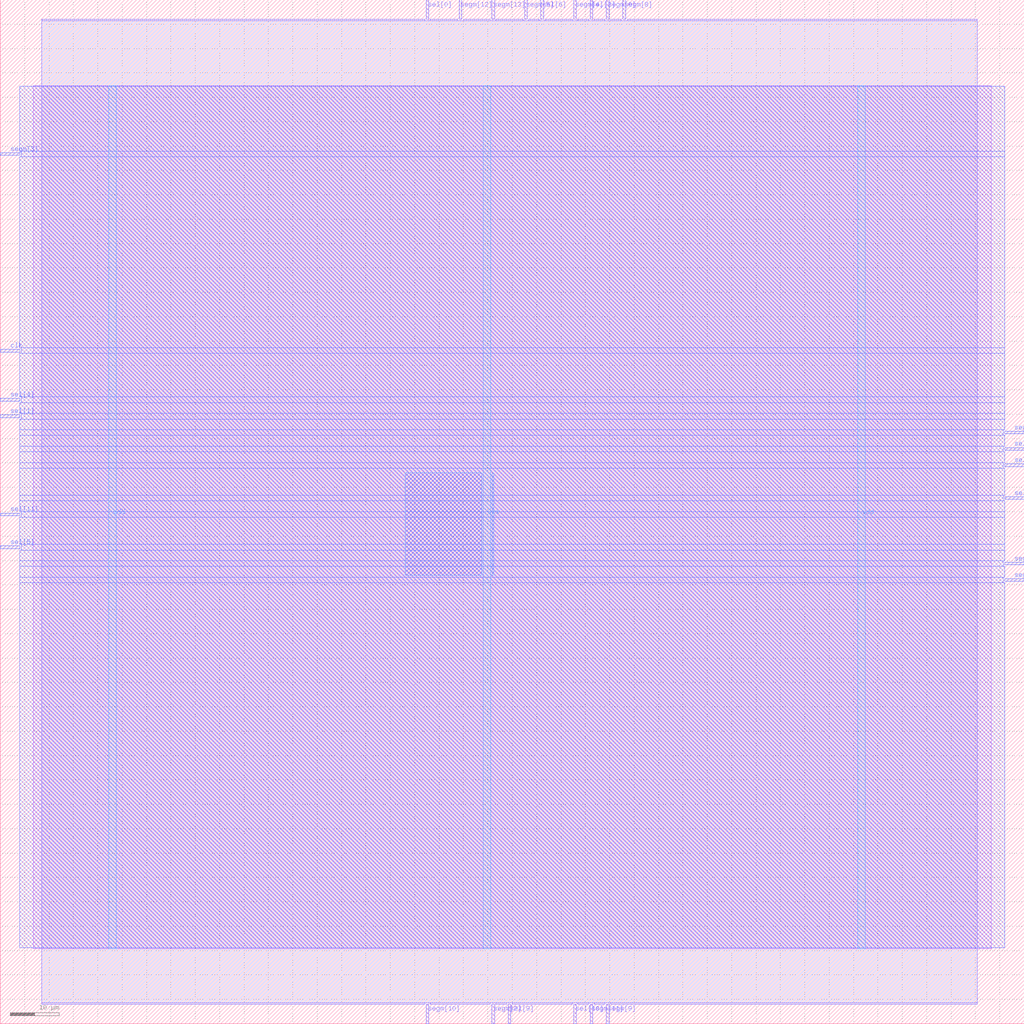
<source format=lef>
VERSION 5.7 ;
  NOWIREEXTENSIONATPIN ON ;
  DIVIDERCHAR "/" ;
  BUSBITCHARS "[]" ;
MACRO ita39
  CLASS BLOCK ;
  FOREIGN ita39 ;
  ORIGIN 0.000 0.000 ;
  SIZE 210.000 BY 210.000 ;
  PIN clk
    DIRECTION INPUT ;
    USE SIGNAL ;
    ANTENNAGATEAREA 4.738000 ;
    ANTENNADIFFAREA 0.410400 ;
    PORT
      LAYER Metal3 ;
        RECT 0.000 137.760 4.000 138.320 ;
    END
  END clk
  PIN segm[0]
    DIRECTION OUTPUT TRISTATE ;
    USE SIGNAL ;
    ANTENNADIFFAREA 0.360800 ;
    PORT
      LAYER Metal2 ;
        RECT 124.320 206.000 124.880 210.000 ;
    END
  END segm[0]
  PIN segm[10]
    DIRECTION OUTPUT TRISTATE ;
    USE SIGNAL ;
    ANTENNADIFFAREA 4.731200 ;
    PORT
      LAYER Metal2 ;
        RECT 87.360 0.000 87.920 4.000 ;
    END
  END segm[10]
  PIN segm[11]
    DIRECTION OUTPUT TRISTATE ;
    USE SIGNAL ;
    ANTENNADIFFAREA 4.731200 ;
    PORT
      LAYER Metal2 ;
        RECT 120.960 0.000 121.520 4.000 ;
    END
  END segm[11]
  PIN segm[12]
    DIRECTION OUTPUT TRISTATE ;
    USE SIGNAL ;
    ANTENNADIFFAREA 4.731200 ;
    PORT
      LAYER Metal2 ;
        RECT 94.080 206.000 94.640 210.000 ;
    END
  END segm[12]
  PIN segm[13]
    DIRECTION OUTPUT TRISTATE ;
    USE SIGNAL ;
    ANTENNADIFFAREA 4.731200 ;
    PORT
      LAYER Metal2 ;
        RECT 100.800 206.000 101.360 210.000 ;
    END
  END segm[13]
  PIN segm[1]
    DIRECTION OUTPUT TRISTATE ;
    USE SIGNAL ;
    ANTENNADIFFAREA 4.731200 ;
    PORT
      LAYER Metal3 ;
        RECT 206.000 120.960 210.000 121.520 ;
    END
  END segm[1]
  PIN segm[2]
    DIRECTION OUTPUT TRISTATE ;
    USE SIGNAL ;
    ANTENNADIFFAREA 4.731200 ;
    PORT
      LAYER Metal2 ;
        RECT 100.800 0.000 101.360 4.000 ;
    END
  END segm[2]
  PIN segm[3]
    DIRECTION OUTPUT TRISTATE ;
    USE SIGNAL ;
    ANTENNADIFFAREA 0.360800 ;
    PORT
      LAYER Metal3 ;
        RECT 0.000 178.080 4.000 178.640 ;
    END
  END segm[3]
  PIN segm[4]
    DIRECTION OUTPUT TRISTATE ;
    USE SIGNAL ;
    ANTENNADIFFAREA 4.731200 ;
    PORT
      LAYER Metal2 ;
        RECT 117.600 206.000 118.160 210.000 ;
    END
  END segm[4]
  PIN segm[5]
    DIRECTION OUTPUT TRISTATE ;
    USE SIGNAL ;
    ANTENNADIFFAREA 4.731200 ;
    PORT
      LAYER Metal2 ;
        RECT 107.520 206.000 108.080 210.000 ;
    END
  END segm[5]
  PIN segm[6]
    DIRECTION OUTPUT TRISTATE ;
    USE SIGNAL ;
    ANTENNADIFFAREA 4.731200 ;
    PORT
      LAYER Metal3 ;
        RECT 206.000 94.080 210.000 94.640 ;
    END
  END segm[6]
  PIN segm[7]
    DIRECTION OUTPUT TRISTATE ;
    USE SIGNAL ;
    ANTENNADIFFAREA 4.731200 ;
    PORT
      LAYER Metal3 ;
        RECT 206.000 90.720 210.000 91.280 ;
    END
  END segm[7]
  PIN segm[8]
    DIRECTION OUTPUT TRISTATE ;
    USE SIGNAL ;
    ANTENNADIFFAREA 4.731200 ;
    PORT
      LAYER Metal2 ;
        RECT 127.680 206.000 128.240 210.000 ;
    END
  END segm[8]
  PIN segm[9]
    DIRECTION OUTPUT TRISTATE ;
    USE SIGNAL ;
    ANTENNADIFFAREA 4.731200 ;
    PORT
      LAYER Metal2 ;
        RECT 124.320 0.000 124.880 4.000 ;
    END
  END segm[9]
  PIN sel[0]
    DIRECTION OUTPUT TRISTATE ;
    USE SIGNAL ;
    ANTENNADIFFAREA 4.731200 ;
    PORT
      LAYER Metal2 ;
        RECT 87.360 206.000 87.920 210.000 ;
    END
  END sel[0]
  PIN sel[10]
    DIRECTION OUTPUT TRISTATE ;
    USE SIGNAL ;
    ANTENNADIFFAREA 4.731200 ;
    PORT
      LAYER Metal2 ;
        RECT 117.600 0.000 118.160 4.000 ;
    END
  END sel[10]
  PIN sel[11]
    DIRECTION OUTPUT TRISTATE ;
    USE SIGNAL ;
    ANTENNADIFFAREA 4.731200 ;
    PORT
      LAYER Metal3 ;
        RECT 0.000 104.160 4.000 104.720 ;
    END
  END sel[11]
  PIN sel[1]
    DIRECTION OUTPUT TRISTATE ;
    USE SIGNAL ;
    ANTENNADIFFAREA 4.731200 ;
    PORT
      LAYER Metal3 ;
        RECT 0.000 124.320 4.000 124.880 ;
    END
  END sel[1]
  PIN sel[2]
    DIRECTION OUTPUT TRISTATE ;
    USE SIGNAL ;
    ANTENNADIFFAREA 4.731200 ;
    PORT
      LAYER Metal2 ;
        RECT 120.960 206.000 121.520 210.000 ;
    END
  END sel[2]
  PIN sel[3]
    DIRECTION OUTPUT TRISTATE ;
    USE SIGNAL ;
    ANTENNADIFFAREA 4.731200 ;
    PORT
      LAYER Metal3 ;
        RECT 206.000 117.600 210.000 118.160 ;
    END
  END sel[3]
  PIN sel[4]
    DIRECTION OUTPUT TRISTATE ;
    USE SIGNAL ;
    ANTENNADIFFAREA 4.731200 ;
    PORT
      LAYER Metal3 ;
        RECT 0.000 127.680 4.000 128.240 ;
    END
  END sel[4]
  PIN sel[5]
    DIRECTION OUTPUT TRISTATE ;
    USE SIGNAL ;
    ANTENNADIFFAREA 4.731200 ;
    PORT
      LAYER Metal3 ;
        RECT 0.000 97.440 4.000 98.000 ;
    END
  END sel[5]
  PIN sel[6]
    DIRECTION OUTPUT TRISTATE ;
    USE SIGNAL ;
    ANTENNADIFFAREA 4.731200 ;
    PORT
      LAYER Metal2 ;
        RECT 110.880 206.000 111.440 210.000 ;
    END
  END sel[6]
  PIN sel[7]
    DIRECTION OUTPUT TRISTATE ;
    USE SIGNAL ;
    ANTENNADIFFAREA 4.731200 ;
    PORT
      LAYER Metal3 ;
        RECT 206.000 107.520 210.000 108.080 ;
    END
  END sel[7]
  PIN sel[8]
    DIRECTION OUTPUT TRISTATE ;
    USE SIGNAL ;
    ANTENNADIFFAREA 4.731200 ;
    PORT
      LAYER Metal3 ;
        RECT 206.000 114.240 210.000 114.800 ;
    END
  END sel[8]
  PIN sel[9]
    DIRECTION OUTPUT TRISTATE ;
    USE SIGNAL ;
    ANTENNADIFFAREA 4.731200 ;
    PORT
      LAYER Metal2 ;
        RECT 104.160 0.000 104.720 4.000 ;
    END
  END sel[9]
  PIN vdd
    DIRECTION INOUT ;
    USE POWER ;
    PORT
      LAYER Metal4 ;
        RECT 22.240 15.380 23.840 192.380 ;
    END
    PORT
      LAYER Metal4 ;
        RECT 175.840 15.380 177.440 192.380 ;
    END
  END vdd
  PIN vss
    DIRECTION INOUT ;
    USE GROUND ;
    PORT
      LAYER Metal4 ;
        RECT 99.040 15.380 100.640 192.380 ;
    END
  END vss
  OBS
      LAYER Metal1 ;
        RECT 6.720 15.380 203.280 192.380 ;
      LAYER Metal2 ;
        RECT 8.540 205.700 87.060 206.000 ;
        RECT 88.220 205.700 93.780 206.000 ;
        RECT 94.940 205.700 100.500 206.000 ;
        RECT 101.660 205.700 107.220 206.000 ;
        RECT 108.380 205.700 110.580 206.000 ;
        RECT 111.740 205.700 117.300 206.000 ;
        RECT 118.460 205.700 120.660 206.000 ;
        RECT 121.820 205.700 124.020 206.000 ;
        RECT 125.180 205.700 127.380 206.000 ;
        RECT 128.540 205.700 200.340 206.000 ;
        RECT 8.540 4.300 200.340 205.700 ;
        RECT 8.540 4.000 87.060 4.300 ;
        RECT 88.220 4.000 100.500 4.300 ;
        RECT 101.660 4.000 103.860 4.300 ;
        RECT 105.020 4.000 117.300 4.300 ;
        RECT 118.460 4.000 120.660 4.300 ;
        RECT 121.820 4.000 124.020 4.300 ;
        RECT 125.180 4.000 200.340 4.300 ;
      LAYER Metal3 ;
        RECT 4.000 178.940 206.000 192.220 ;
        RECT 4.300 177.780 206.000 178.940 ;
        RECT 4.000 138.620 206.000 177.780 ;
        RECT 4.300 137.460 206.000 138.620 ;
        RECT 4.000 128.540 206.000 137.460 ;
        RECT 4.300 127.380 206.000 128.540 ;
        RECT 4.000 125.180 206.000 127.380 ;
        RECT 4.300 124.020 206.000 125.180 ;
        RECT 4.000 121.820 206.000 124.020 ;
        RECT 4.000 120.660 205.700 121.820 ;
        RECT 4.000 118.460 206.000 120.660 ;
        RECT 4.000 117.300 205.700 118.460 ;
        RECT 4.000 115.100 206.000 117.300 ;
        RECT 4.000 113.940 205.700 115.100 ;
        RECT 4.000 108.380 206.000 113.940 ;
        RECT 4.000 107.220 205.700 108.380 ;
        RECT 4.000 105.020 206.000 107.220 ;
        RECT 4.300 103.860 206.000 105.020 ;
        RECT 4.000 98.300 206.000 103.860 ;
        RECT 4.300 97.140 206.000 98.300 ;
        RECT 4.000 94.940 206.000 97.140 ;
        RECT 4.000 93.780 205.700 94.940 ;
        RECT 4.000 91.580 206.000 93.780 ;
        RECT 4.000 90.420 205.700 91.580 ;
        RECT 4.000 15.540 206.000 90.420 ;
      LAYER Metal4 ;
        RECT 83.020 91.930 98.740 113.030 ;
        RECT 100.940 91.930 101.220 113.030 ;
  END
END ita39
END LIBRARY


</source>
